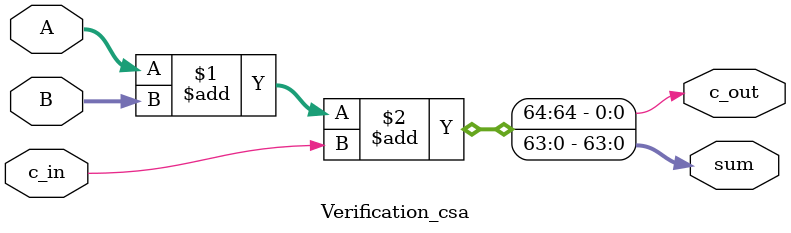
<source format=v>
`timescale 1ns / 1ps
module Verification_csa(c_out, sum, A, B, c_in);

	input [63:0] A;    
	input [63:0] B; 

	input c_in;

  output [63:0] sum;

	output c_out;
    
	assign {c_out, sum} = A + B + c_in;

endmodule
</source>
